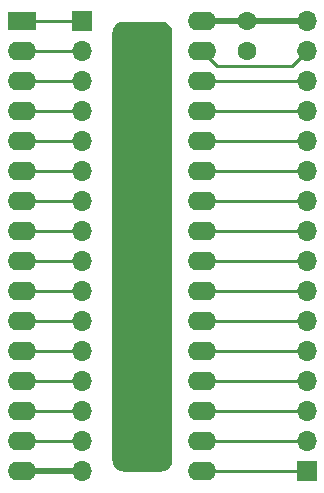
<source format=gbr>
%TF.GenerationSoftware,KiCad,Pcbnew,(5.1.7)-1*%
%TF.CreationDate,2022-03-21T18:16:10-03:00*%
%TF.ProjectId,ROMAdaptor,524f4d41-6461-4707-946f-722e6b696361,rev?*%
%TF.SameCoordinates,Original*%
%TF.FileFunction,Copper,L1,Top*%
%TF.FilePolarity,Positive*%
%FSLAX46Y46*%
G04 Gerber Fmt 4.6, Leading zero omitted, Abs format (unit mm)*
G04 Created by KiCad (PCBNEW (5.1.7)-1) date 2022-03-21 18:16:10*
%MOMM*%
%LPD*%
G01*
G04 APERTURE LIST*
%TA.AperFunction,ComponentPad*%
%ADD10C,1.600000*%
%TD*%
%TA.AperFunction,ComponentPad*%
%ADD11O,2.400000X1.600000*%
%TD*%
%TA.AperFunction,ComponentPad*%
%ADD12R,2.400000X1.600000*%
%TD*%
%TA.AperFunction,ComponentPad*%
%ADD13O,1.700000X1.700000*%
%TD*%
%TA.AperFunction,ComponentPad*%
%ADD14R,1.700000X1.700000*%
%TD*%
%TA.AperFunction,ViaPad*%
%ADD15C,0.800000*%
%TD*%
%TA.AperFunction,Conductor*%
%ADD16C,0.500000*%
%TD*%
%TA.AperFunction,Conductor*%
%ADD17C,0.250000*%
%TD*%
%TA.AperFunction,Conductor*%
%ADD18C,0.254000*%
%TD*%
%TA.AperFunction,Conductor*%
%ADD19C,0.100000*%
%TD*%
G04 APERTURE END LIST*
D10*
%TO.P,C1,2*%
%TO.N,GND*%
X46990000Y-38060000D03*
%TO.P,C1,1*%
%TO.N,+5V*%
X46990000Y-35560000D03*
%TD*%
D11*
%TO.P,U1,32*%
%TO.N,+5V*%
X43180000Y-35560000D03*
%TO.P,U1,16*%
%TO.N,GND*%
X27940000Y-73660000D03*
%TO.P,U1,31*%
%TO.N,/WR_N*%
X43180000Y-38100000D03*
%TO.P,U1,15*%
%TO.N,/D2*%
X27940000Y-71120000D03*
%TO.P,U1,30*%
%TO.N,/A17*%
X43180000Y-40640000D03*
%TO.P,U1,14*%
%TO.N,/D1*%
X27940000Y-68580000D03*
%TO.P,U1,29*%
%TO.N,/A14*%
X43180000Y-43180000D03*
%TO.P,U1,13*%
%TO.N,/D0*%
X27940000Y-66040000D03*
%TO.P,U1,28*%
%TO.N,/A13*%
X43180000Y-45720000D03*
%TO.P,U1,12*%
%TO.N,/A0*%
X27940000Y-63500000D03*
%TO.P,U1,27*%
%TO.N,/A8*%
X43180000Y-48260000D03*
%TO.P,U1,11*%
%TO.N,/A1*%
X27940000Y-60960000D03*
%TO.P,U1,26*%
%TO.N,/A9*%
X43180000Y-50800000D03*
%TO.P,U1,10*%
%TO.N,/A2*%
X27940000Y-58420000D03*
%TO.P,U1,25*%
%TO.N,/A11*%
X43180000Y-53340000D03*
%TO.P,U1,9*%
%TO.N,/A3*%
X27940000Y-55880000D03*
%TO.P,U1,24*%
%TO.N,/RD_N*%
X43180000Y-55880000D03*
%TO.P,U1,8*%
%TO.N,/A4*%
X27940000Y-53340000D03*
%TO.P,U1,23*%
%TO.N,/A10*%
X43180000Y-58420000D03*
%TO.P,U1,7*%
%TO.N,/A5*%
X27940000Y-50800000D03*
%TO.P,U1,22*%
%TO.N,/ROMCS_N*%
X43180000Y-60960000D03*
%TO.P,U1,6*%
%TO.N,/A6*%
X27940000Y-48260000D03*
%TO.P,U1,21*%
%TO.N,/D7*%
X43180000Y-63500000D03*
%TO.P,U1,5*%
%TO.N,/A7*%
X27940000Y-45720000D03*
%TO.P,U1,20*%
%TO.N,/D6*%
X43180000Y-66040000D03*
%TO.P,U1,4*%
%TO.N,/A12*%
X27940000Y-43180000D03*
%TO.P,U1,19*%
%TO.N,/D5*%
X43180000Y-68580000D03*
%TO.P,U1,3*%
%TO.N,/A15*%
X27940000Y-40640000D03*
%TO.P,U1,18*%
%TO.N,/D4*%
X43180000Y-71120000D03*
%TO.P,U1,2*%
%TO.N,/A16*%
X27940000Y-38100000D03*
%TO.P,U1,17*%
%TO.N,/D3*%
X43180000Y-73660000D03*
D12*
%TO.P,U1,1*%
%TO.N,/A18*%
X27940000Y-35560000D03*
%TD*%
D13*
%TO.P,J2,16*%
%TO.N,+5V*%
X52070000Y-35560000D03*
%TO.P,J2,15*%
%TO.N,/WR_N*%
X52070000Y-38100000D03*
%TO.P,J2,14*%
%TO.N,/A17*%
X52070000Y-40640000D03*
%TO.P,J2,13*%
%TO.N,/A14*%
X52070000Y-43180000D03*
%TO.P,J2,12*%
%TO.N,/A13*%
X52070000Y-45720000D03*
%TO.P,J2,11*%
%TO.N,/A8*%
X52070000Y-48260000D03*
%TO.P,J2,10*%
%TO.N,/A9*%
X52070000Y-50800000D03*
%TO.P,J2,9*%
%TO.N,/A11*%
X52070000Y-53340000D03*
%TO.P,J2,8*%
%TO.N,/RD_N*%
X52070000Y-55880000D03*
%TO.P,J2,7*%
%TO.N,/A10*%
X52070000Y-58420000D03*
%TO.P,J2,6*%
%TO.N,/ROMCS_N*%
X52070000Y-60960000D03*
%TO.P,J2,5*%
%TO.N,/D7*%
X52070000Y-63500000D03*
%TO.P,J2,4*%
%TO.N,/D6*%
X52070000Y-66040000D03*
%TO.P,J2,3*%
%TO.N,/D5*%
X52070000Y-68580000D03*
%TO.P,J2,2*%
%TO.N,/D4*%
X52070000Y-71120000D03*
D14*
%TO.P,J2,1*%
%TO.N,/D3*%
X52070000Y-73660000D03*
%TD*%
D13*
%TO.P,J1,16*%
%TO.N,GND*%
X33020000Y-73660000D03*
%TO.P,J1,15*%
%TO.N,/D2*%
X33020000Y-71120000D03*
%TO.P,J1,14*%
%TO.N,/D1*%
X33020000Y-68580000D03*
%TO.P,J1,13*%
%TO.N,/D0*%
X33020000Y-66040000D03*
%TO.P,J1,12*%
%TO.N,/A0*%
X33020000Y-63500000D03*
%TO.P,J1,11*%
%TO.N,/A1*%
X33020000Y-60960000D03*
%TO.P,J1,10*%
%TO.N,/A2*%
X33020000Y-58420000D03*
%TO.P,J1,9*%
%TO.N,/A3*%
X33020000Y-55880000D03*
%TO.P,J1,8*%
%TO.N,/A4*%
X33020000Y-53340000D03*
%TO.P,J1,7*%
%TO.N,/A5*%
X33020000Y-50800000D03*
%TO.P,J1,6*%
%TO.N,/A6*%
X33020000Y-48260000D03*
%TO.P,J1,5*%
%TO.N,/A7*%
X33020000Y-45720000D03*
%TO.P,J1,4*%
%TO.N,/A12*%
X33020000Y-43180000D03*
%TO.P,J1,3*%
%TO.N,/A15*%
X33020000Y-40640000D03*
%TO.P,J1,2*%
%TO.N,/A16*%
X33020000Y-38100000D03*
D14*
%TO.P,J1,1*%
%TO.N,/A18*%
X33020000Y-35560000D03*
%TD*%
D15*
%TO.N,GND*%
X36830000Y-36830000D03*
X39370000Y-36830000D03*
X36830000Y-72390000D03*
X39370000Y-72390000D03*
X36830000Y-54610000D03*
X39370000Y-54610000D03*
X36830000Y-45720000D03*
X39370000Y-45720000D03*
X36830000Y-63500000D03*
X39370000Y-63500000D03*
%TD*%
D16*
%TO.N,GND*%
X33020000Y-73660000D02*
X27940000Y-73660000D01*
%TO.N,+5V*%
X43180000Y-35560000D02*
X46990000Y-35560000D01*
X46990000Y-35560000D02*
X52070000Y-35560000D01*
D17*
%TO.N,/D2*%
X33020000Y-71120000D02*
X27940000Y-71120000D01*
%TO.N,/D1*%
X27940000Y-68580000D02*
X33020000Y-68580000D01*
%TO.N,/D0*%
X33020000Y-66040000D02*
X27940000Y-66040000D01*
%TO.N,/A0*%
X27940000Y-63500000D02*
X33020000Y-63500000D01*
%TO.N,/A1*%
X33020000Y-60960000D02*
X27940000Y-60960000D01*
%TO.N,/A2*%
X27940000Y-58420000D02*
X33020000Y-58420000D01*
%TO.N,/A3*%
X33020000Y-55880000D02*
X27940000Y-55880000D01*
%TO.N,/A4*%
X27940000Y-53340000D02*
X33020000Y-53340000D01*
%TO.N,/A5*%
X33020000Y-50800000D02*
X27940000Y-50800000D01*
%TO.N,/A6*%
X27940000Y-48260000D02*
X33020000Y-48260000D01*
%TO.N,/A7*%
X33020000Y-45720000D02*
X27940000Y-45720000D01*
%TO.N,/A12*%
X27940000Y-43180000D02*
X33020000Y-43180000D01*
%TO.N,/A15*%
X33020000Y-40640000D02*
X27940000Y-40640000D01*
%TO.N,/A16*%
X27940000Y-38100000D02*
X33020000Y-38100000D01*
%TO.N,/A18*%
X33020000Y-35560000D02*
X27940000Y-35560000D01*
%TO.N,/WR_N*%
X43180000Y-38100000D02*
X44450000Y-39370000D01*
X50800000Y-39370000D02*
X52070000Y-38100000D01*
X44450000Y-39370000D02*
X50800000Y-39370000D01*
%TO.N,/A17*%
X43180000Y-40640000D02*
X52070000Y-40640000D01*
%TO.N,/A14*%
X43180000Y-43180000D02*
X52070000Y-43180000D01*
%TO.N,/A13*%
X43180000Y-45720000D02*
X52070000Y-45720000D01*
%TO.N,/A8*%
X43180000Y-48260000D02*
X52070000Y-48260000D01*
%TO.N,/A9*%
X43180000Y-50800000D02*
X52070000Y-50800000D01*
%TO.N,/A11*%
X43180000Y-53340000D02*
X52070000Y-53340000D01*
%TO.N,/RD_N*%
X43180000Y-55880000D02*
X52070000Y-55880000D01*
%TO.N,/A10*%
X43180000Y-58420000D02*
X52070000Y-58420000D01*
%TO.N,/ROMCS_N*%
X43180000Y-60960000D02*
X52070000Y-60960000D01*
%TO.N,/D7*%
X43180000Y-63500000D02*
X52070000Y-63500000D01*
%TO.N,/D6*%
X43180000Y-66040000D02*
X52070000Y-66040000D01*
%TO.N,/D5*%
X43180000Y-68580000D02*
X52070000Y-68580000D01*
%TO.N,/D4*%
X43180000Y-71120000D02*
X52070000Y-71120000D01*
%TO.N,/D3*%
X43180000Y-73660000D02*
X52070000Y-73660000D01*
%TD*%
D18*
%TO.N,GND*%
X39810189Y-35704376D02*
X39973850Y-35754022D01*
X40124672Y-35834638D01*
X40256870Y-35943130D01*
X40365362Y-36075328D01*
X40445978Y-36226150D01*
X40495624Y-36389811D01*
X40513000Y-36566234D01*
X40513000Y-72653766D01*
X40495624Y-72830189D01*
X40445978Y-72993850D01*
X40365362Y-73144672D01*
X40256870Y-73276870D01*
X40124672Y-73385362D01*
X39973850Y-73465978D01*
X39810189Y-73515624D01*
X39633766Y-73533000D01*
X36566234Y-73533000D01*
X36389811Y-73515624D01*
X36226150Y-73465978D01*
X36075328Y-73385362D01*
X35943130Y-73276870D01*
X35834638Y-73144672D01*
X35754022Y-72993850D01*
X35704376Y-72830189D01*
X35687000Y-72653766D01*
X35687000Y-36566234D01*
X35704376Y-36389811D01*
X35754022Y-36226150D01*
X35834638Y-36075328D01*
X35943130Y-35943130D01*
X36075328Y-35834638D01*
X36226150Y-35754022D01*
X36389811Y-35704376D01*
X36566234Y-35687000D01*
X39633766Y-35687000D01*
X39810189Y-35704376D01*
%TA.AperFunction,Conductor*%
D19*
G36*
X39810189Y-35704376D02*
G01*
X39973850Y-35754022D01*
X40124672Y-35834638D01*
X40256870Y-35943130D01*
X40365362Y-36075328D01*
X40445978Y-36226150D01*
X40495624Y-36389811D01*
X40513000Y-36566234D01*
X40513000Y-72653766D01*
X40495624Y-72830189D01*
X40445978Y-72993850D01*
X40365362Y-73144672D01*
X40256870Y-73276870D01*
X40124672Y-73385362D01*
X39973850Y-73465978D01*
X39810189Y-73515624D01*
X39633766Y-73533000D01*
X36566234Y-73533000D01*
X36389811Y-73515624D01*
X36226150Y-73465978D01*
X36075328Y-73385362D01*
X35943130Y-73276870D01*
X35834638Y-73144672D01*
X35754022Y-72993850D01*
X35704376Y-72830189D01*
X35687000Y-72653766D01*
X35687000Y-36566234D01*
X35704376Y-36389811D01*
X35754022Y-36226150D01*
X35834638Y-36075328D01*
X35943130Y-35943130D01*
X36075328Y-35834638D01*
X36226150Y-35754022D01*
X36389811Y-35704376D01*
X36566234Y-35687000D01*
X39633766Y-35687000D01*
X39810189Y-35704376D01*
G37*
%TD.AperFunction*%
%TD*%
M02*

</source>
